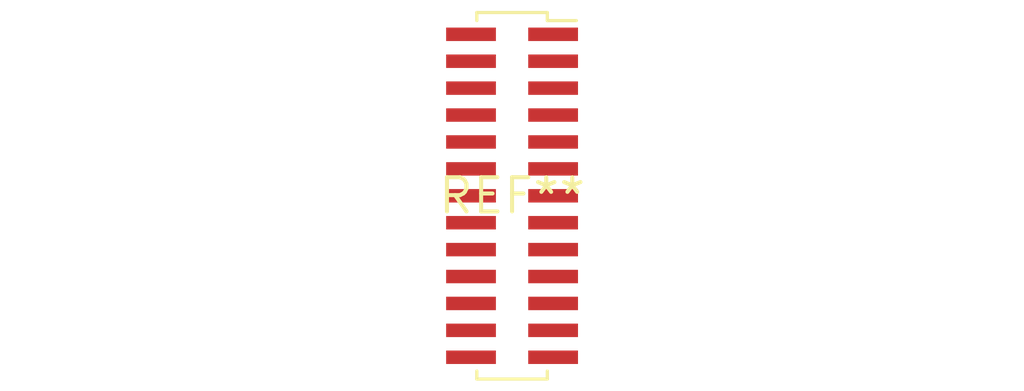
<source format=kicad_pcb>
(kicad_pcb (version 20240108) (generator pcbnew)
  (layers (0 "F.Cu" signal) (31 "B.Cu" signal) (34 "B.Paste" user) (35 "F.Paste" user) (36 "B.SilkS" user "B.Silkscreen") (37 "F.SilkS" user "F.Silkscreen") (38 "B.Mask" user) (39 "F.Mask" user) (44 "Edge.Cuts" user))
  (net 0 "")
  (footprint "PinSocket_2x13_P1.00mm_Vertical_SMD" (layer "F.Cu") (at 0 0)
    (property "Reference" "REF**")
    (property "Value" "PinSocket_2x13_P1.00mm_Vertical_SMD")
    (fp_line (start -1.31 -6.81) (end -1.31 -6.51) (layer "F.SilkS") (stroke (width 0.12)))
    (fp_line (start -1.31 -6.81) (end 1.31 -6.81) (layer "F.SilkS") (stroke (width 0.12)))
    (fp_line (start -1.31 6.51) (end -1.31 6.81) (layer "F.SilkS") (stroke (width 0.12)))
    (fp_line (start -1.31 6.81) (end 1.31 6.81) (layer "F.SilkS") (stroke (width 0.12)))
    (fp_line (start 1.31 -6.81) (end 1.31 -6.51) (layer "F.SilkS") (stroke (width 0.12)))
    (fp_line (start 1.31 -6.51) (end 2.39 -6.51) (layer "F.SilkS") (stroke (width 0.12)))
    (fp_line (start 1.31 6.51) (end 1.31 6.81) (layer "F.SilkS") (stroke (width 0.12)))
    (pad "1" smd rect (at 1.525 -6) (size 1.85 0.5) (layers "F.Cu" "F.Paste" "F.Mask"))
    (pad "2" smd rect (at -1.525 -6) (size 1.85 0.5) (layers "F.Cu" "F.Paste" "F.Mask"))
    (pad "3" smd rect (at 1.525 -5) (size 1.85 0.5) (layers "F.Cu" "F.Paste" "F.Mask"))
    (pad "4" smd rect (at -1.525 -5) (size 1.85 0.5) (layers "F.Cu" "F.Paste" "F.Mask"))
    (pad "5" smd rect (at 1.525 -4) (size 1.85 0.5) (layers "F.Cu" "F.Paste" "F.Mask"))
    (pad "6" smd rect (at -1.525 -4) (size 1.85 0.5) (layers "F.Cu" "F.Paste" "F.Mask"))
    (pad "7" smd rect (at 1.525 -3) (size 1.85 0.5) (layers "F.Cu" "F.Paste" "F.Mask"))
    (pad "8" smd rect (at -1.525 -3) (size 1.85 0.5) (layers "F.Cu" "F.Paste" "F.Mask"))
    (pad "9" smd rect (at 1.525 -2) (size 1.85 0.5) (layers "F.Cu" "F.Paste" "F.Mask"))
    (pad "10" smd rect (at -1.525 -2) (size 1.85 0.5) (layers "F.Cu" "F.Paste" "F.Mask"))
    (pad "11" smd rect (at 1.525 -1) (size 1.85 0.5) (layers "F.Cu" "F.Paste" "F.Mask"))
    (pad "12" smd rect (at -1.525 -1) (size 1.85 0.5) (layers "F.Cu" "F.Paste" "F.Mask"))
    (pad "13" smd rect (at 1.525 0) (size 1.85 0.5) (layers "F.Cu" "F.Paste" "F.Mask"))
    (pad "14" smd rect (at -1.525 0) (size 1.85 0.5) (layers "F.Cu" "F.Paste" "F.Mask"))
    (pad "15" smd rect (at 1.525 1) (size 1.85 0.5) (layers "F.Cu" "F.Paste" "F.Mask"))
    (pad "16" smd rect (at -1.525 1) (size 1.85 0.5) (layers "F.Cu" "F.Paste" "F.Mask"))
    (pad "17" smd rect (at 1.525 2) (size 1.85 0.5) (layers "F.Cu" "F.Paste" "F.Mask"))
    (pad "18" smd rect (at -1.525 2) (size 1.85 0.5) (layers "F.Cu" "F.Paste" "F.Mask"))
    (pad "19" smd rect (at 1.525 3) (size 1.85 0.5) (layers "F.Cu" "F.Paste" "F.Mask"))
    (pad "20" smd rect (at -1.525 3) (size 1.85 0.5) (layers "F.Cu" "F.Paste" "F.Mask"))
    (pad "21" smd rect (at 1.525 4) (size 1.85 0.5) (layers "F.Cu" "F.Paste" "F.Mask"))
    (pad "22" smd rect (at -1.525 4) (size 1.85 0.5) (layers "F.Cu" "F.Paste" "F.Mask"))
    (pad "23" smd rect (at 1.525 5) (size 1.85 0.5) (layers "F.Cu" "F.Paste" "F.Mask"))
    (pad "24" smd rect (at -1.525 5) (size 1.85 0.5) (layers "F.Cu" "F.Paste" "F.Mask"))
    (pad "25" smd rect (at 1.525 6) (size 1.85 0.5) (layers "F.Cu" "F.Paste" "F.Mask"))
    (pad "26" smd rect (at -1.525 6) (size 1.85 0.5) (layers "F.Cu" "F.Paste" "F.Mask"))
  )
)
</source>
